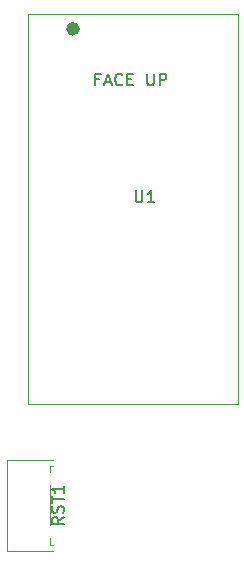
<source format=gbr>
%TF.GenerationSoftware,KiCad,Pcbnew,(6.0.1)*%
%TF.CreationDate,2022-01-22T18:41:09-05:00*%
%TF.ProjectId,ortho,6f727468-6f2e-46b6-9963-61645f706362,rev?*%
%TF.SameCoordinates,Original*%
%TF.FileFunction,Legend,Top*%
%TF.FilePolarity,Positive*%
%FSLAX46Y46*%
G04 Gerber Fmt 4.6, Leading zero omitted, Abs format (unit mm)*
G04 Created by KiCad (PCBNEW (6.0.1)) date 2022-01-22 18:41:09*
%MOMM*%
%LPD*%
G01*
G04 APERTURE LIST*
%ADD10C,0.150000*%
%ADD11C,0.120000*%
%ADD12C,0.568000*%
G04 APERTURE END LIST*
D10*
X24457142Y-62828571D02*
X24123809Y-62828571D01*
X24123809Y-63352380D02*
X24123809Y-62352380D01*
X24599999Y-62352380D01*
X24933333Y-63066666D02*
X25409523Y-63066666D01*
X24838095Y-63352380D02*
X25171428Y-62352380D01*
X25504761Y-63352380D01*
X26409523Y-63257142D02*
X26361904Y-63304761D01*
X26219047Y-63352380D01*
X26123809Y-63352380D01*
X25980952Y-63304761D01*
X25885714Y-63209523D01*
X25838095Y-63114285D01*
X25790476Y-62923809D01*
X25790476Y-62780952D01*
X25838095Y-62590476D01*
X25885714Y-62495238D01*
X25980952Y-62400000D01*
X26123809Y-62352380D01*
X26219047Y-62352380D01*
X26361904Y-62400000D01*
X26409523Y-62447619D01*
X26838095Y-62828571D02*
X27171428Y-62828571D01*
X27314285Y-63352380D02*
X26838095Y-63352380D01*
X26838095Y-62352380D01*
X27314285Y-62352380D01*
X28504761Y-62352380D02*
X28504761Y-63161904D01*
X28552380Y-63257142D01*
X28599999Y-63304761D01*
X28695238Y-63352380D01*
X28885714Y-63352380D01*
X28980952Y-63304761D01*
X29028571Y-63257142D01*
X29076190Y-63161904D01*
X29076190Y-62352380D01*
X29552380Y-63352380D02*
X29552380Y-62352380D01*
X29933333Y-62352380D01*
X30028571Y-62400000D01*
X30076190Y-62447619D01*
X30123809Y-62542857D01*
X30123809Y-62685714D01*
X30076190Y-62780952D01*
X30028571Y-62828571D01*
X29933333Y-62876190D01*
X29552380Y-62876190D01*
%TO.C,RST1*%
X21432380Y-99923809D02*
X20956190Y-100257142D01*
X21432380Y-100495238D02*
X20432380Y-100495238D01*
X20432380Y-100114285D01*
X20480000Y-100019047D01*
X20527619Y-99971428D01*
X20622857Y-99923809D01*
X20765714Y-99923809D01*
X20860952Y-99971428D01*
X20908571Y-100019047D01*
X20956190Y-100114285D01*
X20956190Y-100495238D01*
X21384761Y-99542857D02*
X21432380Y-99400000D01*
X21432380Y-99161904D01*
X21384761Y-99066666D01*
X21337142Y-99019047D01*
X21241904Y-98971428D01*
X21146666Y-98971428D01*
X21051428Y-99019047D01*
X21003809Y-99066666D01*
X20956190Y-99161904D01*
X20908571Y-99352380D01*
X20860952Y-99447619D01*
X20813333Y-99495238D01*
X20718095Y-99542857D01*
X20622857Y-99542857D01*
X20527619Y-99495238D01*
X20480000Y-99447619D01*
X20432380Y-99352380D01*
X20432380Y-99114285D01*
X20480000Y-98971428D01*
X20432380Y-98685714D02*
X20432380Y-98114285D01*
X21432380Y-98400000D02*
X20432380Y-98400000D01*
X21432380Y-97257142D02*
X21432380Y-97828571D01*
X21432380Y-97542857D02*
X20432380Y-97542857D01*
X20575238Y-97638095D01*
X20670476Y-97733333D01*
X20718095Y-97828571D01*
%TO.C,U1*%
X27538095Y-72252380D02*
X27538095Y-73061904D01*
X27585714Y-73157142D01*
X27633333Y-73204761D01*
X27728571Y-73252380D01*
X27919047Y-73252380D01*
X28014285Y-73204761D01*
X28061904Y-73157142D01*
X28109523Y-73061904D01*
X28109523Y-72252380D01*
X29109523Y-73252380D02*
X28538095Y-73252380D01*
X28823809Y-73252380D02*
X28823809Y-72252380D01*
X28728571Y-72395238D01*
X28633333Y-72490476D01*
X28538095Y-72538095D01*
D11*
%TO.C,RST1*%
X20270000Y-96100000D02*
X20270000Y-95560000D01*
X20270000Y-102240000D02*
X20270000Y-101700000D01*
X16600000Y-102760000D02*
X20500000Y-102760000D01*
X20270000Y-95560000D02*
X20500000Y-95560000D01*
X16600000Y-102760000D02*
X16600000Y-95040000D01*
X16600000Y-95040000D02*
X20500000Y-95040000D01*
X20270000Y-102240000D02*
X20500000Y-102240000D01*
X20270000Y-100600000D02*
X20270000Y-97200000D01*
%TO.C,U1*%
X18400000Y-57300000D02*
X36200000Y-57300000D01*
X36200000Y-57300000D02*
X36200000Y-90300000D01*
X36200000Y-90300000D02*
X18400000Y-90300000D01*
X18400000Y-90300000D02*
X18400000Y-57300000D01*
D12*
X22504000Y-58560000D02*
G75*
G03*
X22504000Y-58560000I-284000J0D01*
G01*
%TD*%
M02*

</source>
